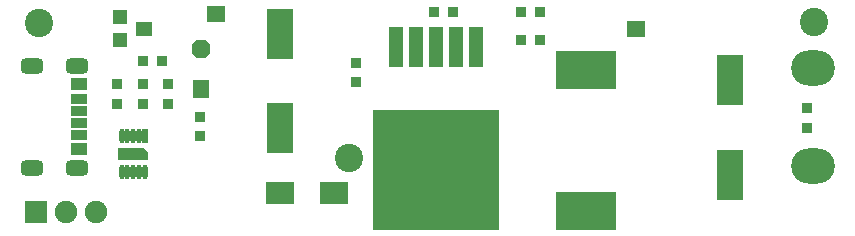
<source format=gts>
G04*
G04 #@! TF.GenerationSoftware,Altium Limited,Altium Designer,22.1.2 (22)*
G04*
G04 Layer_Color=8388736*
%FSLAX25Y25*%
%MOIN*%
G70*
G04*
G04 #@! TF.SameCoordinates,174BC2DA-B873-4BC2-8B21-C8E9C5FF9B9E*
G04*
G04*
G04 #@! TF.FilePolarity,Negative*
G04*
G01*
G75*
%ADD33C,0.09449*%
%ADD34R,0.06300X0.05800*%
%ADD35R,0.41942X0.40170*%
%ADD36R,0.04934X0.13398*%
%ADD37R,0.08674X0.16548*%
%ADD38R,0.03800X0.03300*%
%ADD39R,0.09461X0.02375*%
%ADD40O,0.01981X0.04737*%
%ADD41R,0.01981X0.04737*%
%ADD42R,0.05524X0.03950*%
%ADD43R,0.05524X0.03792*%
%ADD44R,0.05524X0.03556*%
G04:AMPARAMS|DCode=45|XSize=63mil|YSize=58mil|CornerRadius=0mil|HoleSize=0mil|Usage=FLASHONLY|Rotation=90.000|XOffset=0mil|YOffset=0mil|HoleType=Round|Shape=Octagon|*
%AMOCTAGOND45*
4,1,8,0.01450,0.03150,-0.01450,0.03150,-0.02900,0.01700,-0.02900,-0.01700,-0.01450,-0.03150,0.01450,-0.03150,0.02900,-0.01700,0.02900,0.01700,0.01450,0.03150,0.0*
%
%ADD45OCTAGOND45*%

%ADD46R,0.05800X0.06300*%
%ADD47R,0.05800X0.04800*%
%ADD48R,0.04800X0.04800*%
%ADD49R,0.03300X0.03800*%
%ADD50R,0.20485X0.12611*%
%ADD51R,0.09461X0.07690*%
%ADD52O,0.14580X0.11824*%
%ADD53R,0.07493X0.07493*%
%ADD54C,0.07493*%
G04:AMPARAMS|DCode=55|XSize=51.31mil|YSize=74.93mil|CornerRadius=14.83mil|HoleSize=0mil|Usage=FLASHONLY|Rotation=270.000|XOffset=0mil|YOffset=0mil|HoleType=Round|Shape=RoundedRectangle|*
%AMROUNDEDRECTD55*
21,1,0.05131,0.04528,0,0,270.0*
21,1,0.02165,0.07493,0,0,270.0*
1,1,0.02965,-0.02264,-0.01083*
1,1,0.02965,-0.02264,0.01083*
1,1,0.02965,0.02264,0.01083*
1,1,0.02965,0.02264,-0.01083*
%
%ADD55ROUNDEDRECTD55*%
G04:AMPARAMS|DCode=56|XSize=74.93mil|YSize=51.31mil|CornerRadius=14.83mil|HoleSize=0mil|Usage=FLASHONLY|Rotation=180.000|XOffset=0mil|YOffset=0mil|HoleType=Round|Shape=RoundedRectangle|*
%AMROUNDEDRECTD56*
21,1,0.07493,0.02165,0,0,180.0*
21,1,0.04528,0.05131,0,0,180.0*
1,1,0.02965,-0.02264,0.01083*
1,1,0.02965,0.02264,0.01083*
1,1,0.02965,0.02264,-0.01083*
1,1,0.02965,-0.02264,-0.01083*
%
%ADD56ROUNDEDRECTD56*%
G36*
X45000Y25000D02*
X35000D01*
X35000Y29000D01*
X43500D01*
X45000Y27500D01*
X45000Y25000D01*
D02*
G37*
D33*
X8420Y70780D02*
D03*
X266900Y70980D02*
D03*
X111980Y25600D02*
D03*
D34*
X207520Y68560D02*
D03*
X67600Y73680D02*
D03*
D35*
X140893Y21600D02*
D03*
D36*
X127507Y62600D02*
D03*
X134200D02*
D03*
X140893Y62600D02*
D03*
X147586D02*
D03*
X154279D02*
D03*
D37*
X88800Y35500D02*
D03*
Y66996D02*
D03*
X238800Y51496D02*
D03*
Y20000D02*
D03*
D38*
X62300Y33000D02*
D03*
Y39400D02*
D03*
X43250Y50200D02*
D03*
Y43800D02*
D03*
X51700Y50200D02*
D03*
Y43800D02*
D03*
X34500D02*
D03*
Y50200D02*
D03*
X114300Y50900D02*
D03*
Y57300D02*
D03*
X264400Y35800D02*
D03*
Y42200D02*
D03*
D39*
X40000Y26400D02*
D03*
D40*
Y32906D02*
D03*
Y21094D02*
D03*
X41969Y32906D02*
D03*
X38032D02*
D03*
X36063Y32906D02*
D03*
Y21094D02*
D03*
X38032Y21094D02*
D03*
X41969D02*
D03*
X43937Y21094D02*
D03*
D41*
Y32906D02*
D03*
D42*
X21789Y28593D02*
D03*
Y50247D02*
D03*
D43*
Y33436D02*
D03*
Y45404D02*
D03*
D44*
Y37452D02*
D03*
Y41389D02*
D03*
D45*
X62400Y62100D02*
D03*
D46*
Y48600D02*
D03*
D47*
X43500Y68800D02*
D03*
D48*
X35500Y72500D02*
D03*
Y65000D02*
D03*
D49*
X43200Y58100D02*
D03*
X49600D02*
D03*
X175500Y74300D02*
D03*
X169100D02*
D03*
Y65100D02*
D03*
X175500D02*
D03*
X146700Y74300D02*
D03*
X140300D02*
D03*
D50*
X190900Y55122D02*
D03*
Y7878D02*
D03*
D51*
X88845Y13900D02*
D03*
X106955D02*
D03*
D52*
X266600Y55660D02*
D03*
Y23000D02*
D03*
D53*
X7500Y7500D02*
D03*
D54*
X17500D02*
D03*
X27500D02*
D03*
D55*
X6237Y22412D02*
D03*
Y56428D02*
D03*
D56*
X21198Y22412D02*
D03*
Y56428D02*
D03*
M02*

</source>
